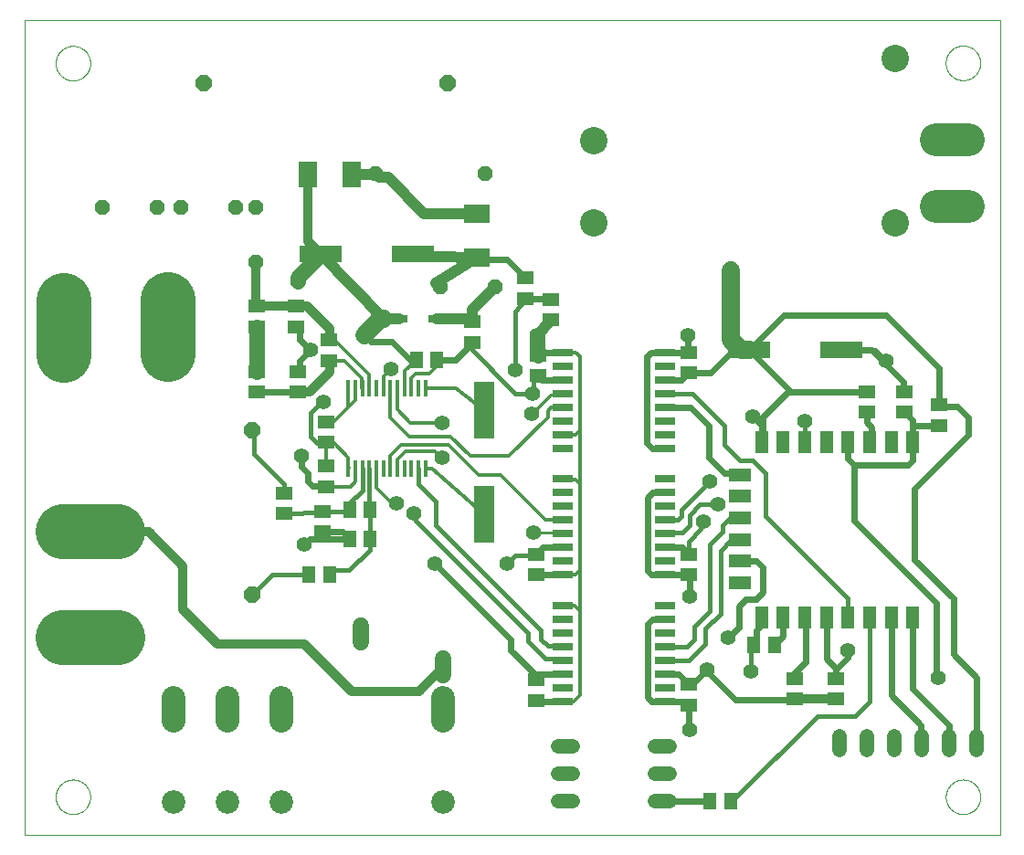
<source format=gtl>
G75*
%MOIN*%
%OFA0B0*%
%FSLAX25Y25*%
%IPPOS*%
%LPD*%
%AMOC8*
5,1,8,0,0,1.08239X$1,22.5*
%
%ADD10C,0.00000*%
%ADD11R,0.05906X0.05118*%
%ADD12R,0.05118X0.05906*%
%ADD13OC8,0.06000*%
%ADD14R,0.15354X0.06299*%
%ADD15R,0.09449X0.07087*%
%ADD16R,0.07087X0.09449*%
%ADD17R,0.06299X0.03150*%
%ADD18C,0.20000*%
%ADD19R,0.04724X0.07874*%
%ADD20R,0.07874X0.04724*%
%ADD21C,0.05200*%
%ADD22R,0.07600X0.21000*%
%ADD23OC8,0.05200*%
%ADD24C,0.06000*%
%ADD25R,0.01378X0.05906*%
%ADD26R,0.07480X0.02500*%
%ADD27C,0.10000*%
%ADD28C,0.08600*%
%ADD29C,0.08600*%
%ADD30C,0.11850*%
%ADD31C,0.04000*%
%ADD32C,0.01200*%
%ADD33C,0.05600*%
%ADD34C,0.02400*%
%ADD35C,0.01600*%
%ADD36C,0.03200*%
%ADD37C,0.06600*%
%ADD38C,0.05600*%
%ADD39C,0.01000*%
%ADD40C,0.05512*%
D10*
X0053934Y0054209D02*
X0053934Y0351453D01*
X0409977Y0351453D01*
X0409977Y0054209D01*
X0053934Y0054209D01*
X0065351Y0067988D02*
X0065353Y0068146D01*
X0065359Y0068304D01*
X0065369Y0068462D01*
X0065383Y0068620D01*
X0065401Y0068777D01*
X0065422Y0068934D01*
X0065448Y0069090D01*
X0065478Y0069246D01*
X0065511Y0069401D01*
X0065549Y0069554D01*
X0065590Y0069707D01*
X0065635Y0069859D01*
X0065684Y0070010D01*
X0065737Y0070159D01*
X0065793Y0070307D01*
X0065853Y0070453D01*
X0065917Y0070598D01*
X0065985Y0070741D01*
X0066056Y0070883D01*
X0066130Y0071023D01*
X0066208Y0071160D01*
X0066290Y0071296D01*
X0066374Y0071430D01*
X0066463Y0071561D01*
X0066554Y0071690D01*
X0066649Y0071817D01*
X0066746Y0071942D01*
X0066847Y0072064D01*
X0066951Y0072183D01*
X0067058Y0072300D01*
X0067168Y0072414D01*
X0067281Y0072525D01*
X0067396Y0072634D01*
X0067514Y0072739D01*
X0067635Y0072841D01*
X0067758Y0072941D01*
X0067884Y0073037D01*
X0068012Y0073130D01*
X0068142Y0073220D01*
X0068275Y0073306D01*
X0068410Y0073390D01*
X0068546Y0073469D01*
X0068685Y0073546D01*
X0068826Y0073618D01*
X0068968Y0073688D01*
X0069112Y0073753D01*
X0069258Y0073815D01*
X0069405Y0073873D01*
X0069554Y0073928D01*
X0069704Y0073979D01*
X0069855Y0074026D01*
X0070007Y0074069D01*
X0070160Y0074108D01*
X0070315Y0074144D01*
X0070470Y0074175D01*
X0070626Y0074203D01*
X0070782Y0074227D01*
X0070939Y0074247D01*
X0071097Y0074263D01*
X0071254Y0074275D01*
X0071413Y0074283D01*
X0071571Y0074287D01*
X0071729Y0074287D01*
X0071887Y0074283D01*
X0072046Y0074275D01*
X0072203Y0074263D01*
X0072361Y0074247D01*
X0072518Y0074227D01*
X0072674Y0074203D01*
X0072830Y0074175D01*
X0072985Y0074144D01*
X0073140Y0074108D01*
X0073293Y0074069D01*
X0073445Y0074026D01*
X0073596Y0073979D01*
X0073746Y0073928D01*
X0073895Y0073873D01*
X0074042Y0073815D01*
X0074188Y0073753D01*
X0074332Y0073688D01*
X0074474Y0073618D01*
X0074615Y0073546D01*
X0074754Y0073469D01*
X0074890Y0073390D01*
X0075025Y0073306D01*
X0075158Y0073220D01*
X0075288Y0073130D01*
X0075416Y0073037D01*
X0075542Y0072941D01*
X0075665Y0072841D01*
X0075786Y0072739D01*
X0075904Y0072634D01*
X0076019Y0072525D01*
X0076132Y0072414D01*
X0076242Y0072300D01*
X0076349Y0072183D01*
X0076453Y0072064D01*
X0076554Y0071942D01*
X0076651Y0071817D01*
X0076746Y0071690D01*
X0076837Y0071561D01*
X0076926Y0071430D01*
X0077010Y0071296D01*
X0077092Y0071160D01*
X0077170Y0071023D01*
X0077244Y0070883D01*
X0077315Y0070741D01*
X0077383Y0070598D01*
X0077447Y0070453D01*
X0077507Y0070307D01*
X0077563Y0070159D01*
X0077616Y0070010D01*
X0077665Y0069859D01*
X0077710Y0069707D01*
X0077751Y0069554D01*
X0077789Y0069401D01*
X0077822Y0069246D01*
X0077852Y0069090D01*
X0077878Y0068934D01*
X0077899Y0068777D01*
X0077917Y0068620D01*
X0077931Y0068462D01*
X0077941Y0068304D01*
X0077947Y0068146D01*
X0077949Y0067988D01*
X0077947Y0067830D01*
X0077941Y0067672D01*
X0077931Y0067514D01*
X0077917Y0067356D01*
X0077899Y0067199D01*
X0077878Y0067042D01*
X0077852Y0066886D01*
X0077822Y0066730D01*
X0077789Y0066575D01*
X0077751Y0066422D01*
X0077710Y0066269D01*
X0077665Y0066117D01*
X0077616Y0065966D01*
X0077563Y0065817D01*
X0077507Y0065669D01*
X0077447Y0065523D01*
X0077383Y0065378D01*
X0077315Y0065235D01*
X0077244Y0065093D01*
X0077170Y0064953D01*
X0077092Y0064816D01*
X0077010Y0064680D01*
X0076926Y0064546D01*
X0076837Y0064415D01*
X0076746Y0064286D01*
X0076651Y0064159D01*
X0076554Y0064034D01*
X0076453Y0063912D01*
X0076349Y0063793D01*
X0076242Y0063676D01*
X0076132Y0063562D01*
X0076019Y0063451D01*
X0075904Y0063342D01*
X0075786Y0063237D01*
X0075665Y0063135D01*
X0075542Y0063035D01*
X0075416Y0062939D01*
X0075288Y0062846D01*
X0075158Y0062756D01*
X0075025Y0062670D01*
X0074890Y0062586D01*
X0074754Y0062507D01*
X0074615Y0062430D01*
X0074474Y0062358D01*
X0074332Y0062288D01*
X0074188Y0062223D01*
X0074042Y0062161D01*
X0073895Y0062103D01*
X0073746Y0062048D01*
X0073596Y0061997D01*
X0073445Y0061950D01*
X0073293Y0061907D01*
X0073140Y0061868D01*
X0072985Y0061832D01*
X0072830Y0061801D01*
X0072674Y0061773D01*
X0072518Y0061749D01*
X0072361Y0061729D01*
X0072203Y0061713D01*
X0072046Y0061701D01*
X0071887Y0061693D01*
X0071729Y0061689D01*
X0071571Y0061689D01*
X0071413Y0061693D01*
X0071254Y0061701D01*
X0071097Y0061713D01*
X0070939Y0061729D01*
X0070782Y0061749D01*
X0070626Y0061773D01*
X0070470Y0061801D01*
X0070315Y0061832D01*
X0070160Y0061868D01*
X0070007Y0061907D01*
X0069855Y0061950D01*
X0069704Y0061997D01*
X0069554Y0062048D01*
X0069405Y0062103D01*
X0069258Y0062161D01*
X0069112Y0062223D01*
X0068968Y0062288D01*
X0068826Y0062358D01*
X0068685Y0062430D01*
X0068546Y0062507D01*
X0068410Y0062586D01*
X0068275Y0062670D01*
X0068142Y0062756D01*
X0068012Y0062846D01*
X0067884Y0062939D01*
X0067758Y0063035D01*
X0067635Y0063135D01*
X0067514Y0063237D01*
X0067396Y0063342D01*
X0067281Y0063451D01*
X0067168Y0063562D01*
X0067058Y0063676D01*
X0066951Y0063793D01*
X0066847Y0063912D01*
X0066746Y0064034D01*
X0066649Y0064159D01*
X0066554Y0064286D01*
X0066463Y0064415D01*
X0066374Y0064546D01*
X0066290Y0064680D01*
X0066208Y0064816D01*
X0066130Y0064953D01*
X0066056Y0065093D01*
X0065985Y0065235D01*
X0065917Y0065378D01*
X0065853Y0065523D01*
X0065793Y0065669D01*
X0065737Y0065817D01*
X0065684Y0065966D01*
X0065635Y0066117D01*
X0065590Y0066269D01*
X0065549Y0066422D01*
X0065511Y0066575D01*
X0065478Y0066730D01*
X0065448Y0066886D01*
X0065422Y0067042D01*
X0065401Y0067199D01*
X0065383Y0067356D01*
X0065369Y0067514D01*
X0065359Y0067672D01*
X0065353Y0067830D01*
X0065351Y0067988D01*
X0065351Y0335705D02*
X0065353Y0335863D01*
X0065359Y0336021D01*
X0065369Y0336179D01*
X0065383Y0336337D01*
X0065401Y0336494D01*
X0065422Y0336651D01*
X0065448Y0336807D01*
X0065478Y0336963D01*
X0065511Y0337118D01*
X0065549Y0337271D01*
X0065590Y0337424D01*
X0065635Y0337576D01*
X0065684Y0337727D01*
X0065737Y0337876D01*
X0065793Y0338024D01*
X0065853Y0338170D01*
X0065917Y0338315D01*
X0065985Y0338458D01*
X0066056Y0338600D01*
X0066130Y0338740D01*
X0066208Y0338877D01*
X0066290Y0339013D01*
X0066374Y0339147D01*
X0066463Y0339278D01*
X0066554Y0339407D01*
X0066649Y0339534D01*
X0066746Y0339659D01*
X0066847Y0339781D01*
X0066951Y0339900D01*
X0067058Y0340017D01*
X0067168Y0340131D01*
X0067281Y0340242D01*
X0067396Y0340351D01*
X0067514Y0340456D01*
X0067635Y0340558D01*
X0067758Y0340658D01*
X0067884Y0340754D01*
X0068012Y0340847D01*
X0068142Y0340937D01*
X0068275Y0341023D01*
X0068410Y0341107D01*
X0068546Y0341186D01*
X0068685Y0341263D01*
X0068826Y0341335D01*
X0068968Y0341405D01*
X0069112Y0341470D01*
X0069258Y0341532D01*
X0069405Y0341590D01*
X0069554Y0341645D01*
X0069704Y0341696D01*
X0069855Y0341743D01*
X0070007Y0341786D01*
X0070160Y0341825D01*
X0070315Y0341861D01*
X0070470Y0341892D01*
X0070626Y0341920D01*
X0070782Y0341944D01*
X0070939Y0341964D01*
X0071097Y0341980D01*
X0071254Y0341992D01*
X0071413Y0342000D01*
X0071571Y0342004D01*
X0071729Y0342004D01*
X0071887Y0342000D01*
X0072046Y0341992D01*
X0072203Y0341980D01*
X0072361Y0341964D01*
X0072518Y0341944D01*
X0072674Y0341920D01*
X0072830Y0341892D01*
X0072985Y0341861D01*
X0073140Y0341825D01*
X0073293Y0341786D01*
X0073445Y0341743D01*
X0073596Y0341696D01*
X0073746Y0341645D01*
X0073895Y0341590D01*
X0074042Y0341532D01*
X0074188Y0341470D01*
X0074332Y0341405D01*
X0074474Y0341335D01*
X0074615Y0341263D01*
X0074754Y0341186D01*
X0074890Y0341107D01*
X0075025Y0341023D01*
X0075158Y0340937D01*
X0075288Y0340847D01*
X0075416Y0340754D01*
X0075542Y0340658D01*
X0075665Y0340558D01*
X0075786Y0340456D01*
X0075904Y0340351D01*
X0076019Y0340242D01*
X0076132Y0340131D01*
X0076242Y0340017D01*
X0076349Y0339900D01*
X0076453Y0339781D01*
X0076554Y0339659D01*
X0076651Y0339534D01*
X0076746Y0339407D01*
X0076837Y0339278D01*
X0076926Y0339147D01*
X0077010Y0339013D01*
X0077092Y0338877D01*
X0077170Y0338740D01*
X0077244Y0338600D01*
X0077315Y0338458D01*
X0077383Y0338315D01*
X0077447Y0338170D01*
X0077507Y0338024D01*
X0077563Y0337876D01*
X0077616Y0337727D01*
X0077665Y0337576D01*
X0077710Y0337424D01*
X0077751Y0337271D01*
X0077789Y0337118D01*
X0077822Y0336963D01*
X0077852Y0336807D01*
X0077878Y0336651D01*
X0077899Y0336494D01*
X0077917Y0336337D01*
X0077931Y0336179D01*
X0077941Y0336021D01*
X0077947Y0335863D01*
X0077949Y0335705D01*
X0077947Y0335547D01*
X0077941Y0335389D01*
X0077931Y0335231D01*
X0077917Y0335073D01*
X0077899Y0334916D01*
X0077878Y0334759D01*
X0077852Y0334603D01*
X0077822Y0334447D01*
X0077789Y0334292D01*
X0077751Y0334139D01*
X0077710Y0333986D01*
X0077665Y0333834D01*
X0077616Y0333683D01*
X0077563Y0333534D01*
X0077507Y0333386D01*
X0077447Y0333240D01*
X0077383Y0333095D01*
X0077315Y0332952D01*
X0077244Y0332810D01*
X0077170Y0332670D01*
X0077092Y0332533D01*
X0077010Y0332397D01*
X0076926Y0332263D01*
X0076837Y0332132D01*
X0076746Y0332003D01*
X0076651Y0331876D01*
X0076554Y0331751D01*
X0076453Y0331629D01*
X0076349Y0331510D01*
X0076242Y0331393D01*
X0076132Y0331279D01*
X0076019Y0331168D01*
X0075904Y0331059D01*
X0075786Y0330954D01*
X0075665Y0330852D01*
X0075542Y0330752D01*
X0075416Y0330656D01*
X0075288Y0330563D01*
X0075158Y0330473D01*
X0075025Y0330387D01*
X0074890Y0330303D01*
X0074754Y0330224D01*
X0074615Y0330147D01*
X0074474Y0330075D01*
X0074332Y0330005D01*
X0074188Y0329940D01*
X0074042Y0329878D01*
X0073895Y0329820D01*
X0073746Y0329765D01*
X0073596Y0329714D01*
X0073445Y0329667D01*
X0073293Y0329624D01*
X0073140Y0329585D01*
X0072985Y0329549D01*
X0072830Y0329518D01*
X0072674Y0329490D01*
X0072518Y0329466D01*
X0072361Y0329446D01*
X0072203Y0329430D01*
X0072046Y0329418D01*
X0071887Y0329410D01*
X0071729Y0329406D01*
X0071571Y0329406D01*
X0071413Y0329410D01*
X0071254Y0329418D01*
X0071097Y0329430D01*
X0070939Y0329446D01*
X0070782Y0329466D01*
X0070626Y0329490D01*
X0070470Y0329518D01*
X0070315Y0329549D01*
X0070160Y0329585D01*
X0070007Y0329624D01*
X0069855Y0329667D01*
X0069704Y0329714D01*
X0069554Y0329765D01*
X0069405Y0329820D01*
X0069258Y0329878D01*
X0069112Y0329940D01*
X0068968Y0330005D01*
X0068826Y0330075D01*
X0068685Y0330147D01*
X0068546Y0330224D01*
X0068410Y0330303D01*
X0068275Y0330387D01*
X0068142Y0330473D01*
X0068012Y0330563D01*
X0067884Y0330656D01*
X0067758Y0330752D01*
X0067635Y0330852D01*
X0067514Y0330954D01*
X0067396Y0331059D01*
X0067281Y0331168D01*
X0067168Y0331279D01*
X0067058Y0331393D01*
X0066951Y0331510D01*
X0066847Y0331629D01*
X0066746Y0331751D01*
X0066649Y0331876D01*
X0066554Y0332003D01*
X0066463Y0332132D01*
X0066374Y0332263D01*
X0066290Y0332397D01*
X0066208Y0332533D01*
X0066130Y0332670D01*
X0066056Y0332810D01*
X0065985Y0332952D01*
X0065917Y0333095D01*
X0065853Y0333240D01*
X0065793Y0333386D01*
X0065737Y0333534D01*
X0065684Y0333683D01*
X0065635Y0333834D01*
X0065590Y0333986D01*
X0065549Y0334139D01*
X0065511Y0334292D01*
X0065478Y0334447D01*
X0065448Y0334603D01*
X0065422Y0334759D01*
X0065401Y0334916D01*
X0065383Y0335073D01*
X0065369Y0335231D01*
X0065359Y0335389D01*
X0065353Y0335547D01*
X0065351Y0335705D01*
X0390135Y0335803D02*
X0390137Y0335961D01*
X0390143Y0336119D01*
X0390153Y0336277D01*
X0390167Y0336435D01*
X0390185Y0336592D01*
X0390206Y0336749D01*
X0390232Y0336905D01*
X0390262Y0337061D01*
X0390295Y0337216D01*
X0390333Y0337369D01*
X0390374Y0337522D01*
X0390419Y0337674D01*
X0390468Y0337825D01*
X0390521Y0337974D01*
X0390577Y0338122D01*
X0390637Y0338268D01*
X0390701Y0338413D01*
X0390769Y0338556D01*
X0390840Y0338698D01*
X0390914Y0338838D01*
X0390992Y0338975D01*
X0391074Y0339111D01*
X0391158Y0339245D01*
X0391247Y0339376D01*
X0391338Y0339505D01*
X0391433Y0339632D01*
X0391530Y0339757D01*
X0391631Y0339879D01*
X0391735Y0339998D01*
X0391842Y0340115D01*
X0391952Y0340229D01*
X0392065Y0340340D01*
X0392180Y0340449D01*
X0392298Y0340554D01*
X0392419Y0340656D01*
X0392542Y0340756D01*
X0392668Y0340852D01*
X0392796Y0340945D01*
X0392926Y0341035D01*
X0393059Y0341121D01*
X0393194Y0341205D01*
X0393330Y0341284D01*
X0393469Y0341361D01*
X0393610Y0341433D01*
X0393752Y0341503D01*
X0393896Y0341568D01*
X0394042Y0341630D01*
X0394189Y0341688D01*
X0394338Y0341743D01*
X0394488Y0341794D01*
X0394639Y0341841D01*
X0394791Y0341884D01*
X0394944Y0341923D01*
X0395099Y0341959D01*
X0395254Y0341990D01*
X0395410Y0342018D01*
X0395566Y0342042D01*
X0395723Y0342062D01*
X0395881Y0342078D01*
X0396038Y0342090D01*
X0396197Y0342098D01*
X0396355Y0342102D01*
X0396513Y0342102D01*
X0396671Y0342098D01*
X0396830Y0342090D01*
X0396987Y0342078D01*
X0397145Y0342062D01*
X0397302Y0342042D01*
X0397458Y0342018D01*
X0397614Y0341990D01*
X0397769Y0341959D01*
X0397924Y0341923D01*
X0398077Y0341884D01*
X0398229Y0341841D01*
X0398380Y0341794D01*
X0398530Y0341743D01*
X0398679Y0341688D01*
X0398826Y0341630D01*
X0398972Y0341568D01*
X0399116Y0341503D01*
X0399258Y0341433D01*
X0399399Y0341361D01*
X0399538Y0341284D01*
X0399674Y0341205D01*
X0399809Y0341121D01*
X0399942Y0341035D01*
X0400072Y0340945D01*
X0400200Y0340852D01*
X0400326Y0340756D01*
X0400449Y0340656D01*
X0400570Y0340554D01*
X0400688Y0340449D01*
X0400803Y0340340D01*
X0400916Y0340229D01*
X0401026Y0340115D01*
X0401133Y0339998D01*
X0401237Y0339879D01*
X0401338Y0339757D01*
X0401435Y0339632D01*
X0401530Y0339505D01*
X0401621Y0339376D01*
X0401710Y0339245D01*
X0401794Y0339111D01*
X0401876Y0338975D01*
X0401954Y0338838D01*
X0402028Y0338698D01*
X0402099Y0338556D01*
X0402167Y0338413D01*
X0402231Y0338268D01*
X0402291Y0338122D01*
X0402347Y0337974D01*
X0402400Y0337825D01*
X0402449Y0337674D01*
X0402494Y0337522D01*
X0402535Y0337369D01*
X0402573Y0337216D01*
X0402606Y0337061D01*
X0402636Y0336905D01*
X0402662Y0336749D01*
X0402683Y0336592D01*
X0402701Y0336435D01*
X0402715Y0336277D01*
X0402725Y0336119D01*
X0402731Y0335961D01*
X0402733Y0335803D01*
X0402731Y0335645D01*
X0402725Y0335487D01*
X0402715Y0335329D01*
X0402701Y0335171D01*
X0402683Y0335014D01*
X0402662Y0334857D01*
X0402636Y0334701D01*
X0402606Y0334545D01*
X0402573Y0334390D01*
X0402535Y0334237D01*
X0402494Y0334084D01*
X0402449Y0333932D01*
X0402400Y0333781D01*
X0402347Y0333632D01*
X0402291Y0333484D01*
X0402231Y0333338D01*
X0402167Y0333193D01*
X0402099Y0333050D01*
X0402028Y0332908D01*
X0401954Y0332768D01*
X0401876Y0332631D01*
X0401794Y0332495D01*
X0401710Y0332361D01*
X0401621Y0332230D01*
X0401530Y0332101D01*
X0401435Y0331974D01*
X0401338Y0331849D01*
X0401237Y0331727D01*
X0401133Y0331608D01*
X0401026Y0331491D01*
X0400916Y0331377D01*
X0400803Y0331266D01*
X0400688Y0331157D01*
X0400570Y0331052D01*
X0400449Y0330950D01*
X0400326Y0330850D01*
X0400200Y0330754D01*
X0400072Y0330661D01*
X0399942Y0330571D01*
X0399809Y0330485D01*
X0399674Y0330401D01*
X0399538Y0330322D01*
X0399399Y0330245D01*
X0399258Y0330173D01*
X0399116Y0330103D01*
X0398972Y0330038D01*
X0398826Y0329976D01*
X0398679Y0329918D01*
X0398530Y0329863D01*
X0398380Y0329812D01*
X0398229Y0329765D01*
X0398077Y0329722D01*
X0397924Y0329683D01*
X0397769Y0329647D01*
X0397614Y0329616D01*
X0397458Y0329588D01*
X0397302Y0329564D01*
X0397145Y0329544D01*
X0396987Y0329528D01*
X0396830Y0329516D01*
X0396671Y0329508D01*
X0396513Y0329504D01*
X0396355Y0329504D01*
X0396197Y0329508D01*
X0396038Y0329516D01*
X0395881Y0329528D01*
X0395723Y0329544D01*
X0395566Y0329564D01*
X0395410Y0329588D01*
X0395254Y0329616D01*
X0395099Y0329647D01*
X0394944Y0329683D01*
X0394791Y0329722D01*
X0394639Y0329765D01*
X0394488Y0329812D01*
X0394338Y0329863D01*
X0394189Y0329918D01*
X0394042Y0329976D01*
X0393896Y0330038D01*
X0393752Y0330103D01*
X0393610Y0330173D01*
X0393469Y0330245D01*
X0393330Y0330322D01*
X0393194Y0330401D01*
X0393059Y0330485D01*
X0392926Y0330571D01*
X0392796Y0330661D01*
X0392668Y0330754D01*
X0392542Y0330850D01*
X0392419Y0330950D01*
X0392298Y0331052D01*
X0392180Y0331157D01*
X0392065Y0331266D01*
X0391952Y0331377D01*
X0391842Y0331491D01*
X0391735Y0331608D01*
X0391631Y0331727D01*
X0391530Y0331849D01*
X0391433Y0331974D01*
X0391338Y0332101D01*
X0391247Y0332230D01*
X0391158Y0332361D01*
X0391074Y0332495D01*
X0390992Y0332631D01*
X0390914Y0332768D01*
X0390840Y0332908D01*
X0390769Y0333050D01*
X0390701Y0333193D01*
X0390637Y0333338D01*
X0390577Y0333484D01*
X0390521Y0333632D01*
X0390468Y0333781D01*
X0390419Y0333932D01*
X0390374Y0334084D01*
X0390333Y0334237D01*
X0390295Y0334390D01*
X0390262Y0334545D01*
X0390232Y0334701D01*
X0390206Y0334857D01*
X0390185Y0335014D01*
X0390167Y0335171D01*
X0390153Y0335329D01*
X0390143Y0335487D01*
X0390137Y0335645D01*
X0390135Y0335803D01*
X0390154Y0067988D02*
X0390156Y0068146D01*
X0390162Y0068304D01*
X0390172Y0068462D01*
X0390186Y0068620D01*
X0390204Y0068777D01*
X0390225Y0068934D01*
X0390251Y0069090D01*
X0390281Y0069246D01*
X0390314Y0069401D01*
X0390352Y0069554D01*
X0390393Y0069707D01*
X0390438Y0069859D01*
X0390487Y0070010D01*
X0390540Y0070159D01*
X0390596Y0070307D01*
X0390656Y0070453D01*
X0390720Y0070598D01*
X0390788Y0070741D01*
X0390859Y0070883D01*
X0390933Y0071023D01*
X0391011Y0071160D01*
X0391093Y0071296D01*
X0391177Y0071430D01*
X0391266Y0071561D01*
X0391357Y0071690D01*
X0391452Y0071817D01*
X0391549Y0071942D01*
X0391650Y0072064D01*
X0391754Y0072183D01*
X0391861Y0072300D01*
X0391971Y0072414D01*
X0392084Y0072525D01*
X0392199Y0072634D01*
X0392317Y0072739D01*
X0392438Y0072841D01*
X0392561Y0072941D01*
X0392687Y0073037D01*
X0392815Y0073130D01*
X0392945Y0073220D01*
X0393078Y0073306D01*
X0393213Y0073390D01*
X0393349Y0073469D01*
X0393488Y0073546D01*
X0393629Y0073618D01*
X0393771Y0073688D01*
X0393915Y0073753D01*
X0394061Y0073815D01*
X0394208Y0073873D01*
X0394357Y0073928D01*
X0394507Y0073979D01*
X0394658Y0074026D01*
X0394810Y0074069D01*
X0394963Y0074108D01*
X0395118Y0074144D01*
X0395273Y0074175D01*
X0395429Y0074203D01*
X0395585Y0074227D01*
X0395742Y0074247D01*
X0395900Y0074263D01*
X0396057Y0074275D01*
X0396216Y0074283D01*
X0396374Y0074287D01*
X0396532Y0074287D01*
X0396690Y0074283D01*
X0396849Y0074275D01*
X0397006Y0074263D01*
X0397164Y0074247D01*
X0397321Y0074227D01*
X0397477Y0074203D01*
X0397633Y0074175D01*
X0397788Y0074144D01*
X0397943Y0074108D01*
X0398096Y0074069D01*
X0398248Y0074026D01*
X0398399Y0073979D01*
X0398549Y0073928D01*
X0398698Y0073873D01*
X0398845Y0073815D01*
X0398991Y0073753D01*
X0399135Y0073688D01*
X0399277Y0073618D01*
X0399418Y0073546D01*
X0399557Y0073469D01*
X0399693Y0073390D01*
X0399828Y0073306D01*
X0399961Y0073220D01*
X0400091Y0073130D01*
X0400219Y0073037D01*
X0400345Y0072941D01*
X0400468Y0072841D01*
X0400589Y0072739D01*
X0400707Y0072634D01*
X0400822Y0072525D01*
X0400935Y0072414D01*
X0401045Y0072300D01*
X0401152Y0072183D01*
X0401256Y0072064D01*
X0401357Y0071942D01*
X0401454Y0071817D01*
X0401549Y0071690D01*
X0401640Y0071561D01*
X0401729Y0071430D01*
X0401813Y0071296D01*
X0401895Y0071160D01*
X0401973Y0071023D01*
X0402047Y0070883D01*
X0402118Y0070741D01*
X0402186Y0070598D01*
X0402250Y0070453D01*
X0402310Y0070307D01*
X0402366Y0070159D01*
X0402419Y0070010D01*
X0402468Y0069859D01*
X0402513Y0069707D01*
X0402554Y0069554D01*
X0402592Y0069401D01*
X0402625Y0069246D01*
X0402655Y0069090D01*
X0402681Y0068934D01*
X0402702Y0068777D01*
X0402720Y0068620D01*
X0402734Y0068462D01*
X0402744Y0068304D01*
X0402750Y0068146D01*
X0402752Y0067988D01*
X0402750Y0067830D01*
X0402744Y0067672D01*
X0402734Y0067514D01*
X0402720Y0067356D01*
X0402702Y0067199D01*
X0402681Y0067042D01*
X0402655Y0066886D01*
X0402625Y0066730D01*
X0402592Y0066575D01*
X0402554Y0066422D01*
X0402513Y0066269D01*
X0402468Y0066117D01*
X0402419Y0065966D01*
X0402366Y0065817D01*
X0402310Y0065669D01*
X0402250Y0065523D01*
X0402186Y0065378D01*
X0402118Y0065235D01*
X0402047Y0065093D01*
X0401973Y0064953D01*
X0401895Y0064816D01*
X0401813Y0064680D01*
X0401729Y0064546D01*
X0401640Y0064415D01*
X0401549Y0064286D01*
X0401454Y0064159D01*
X0401357Y0064034D01*
X0401256Y0063912D01*
X0401152Y0063793D01*
X0401045Y0063676D01*
X0400935Y0063562D01*
X0400822Y0063451D01*
X0400707Y0063342D01*
X0400589Y0063237D01*
X0400468Y0063135D01*
X0400345Y0063035D01*
X0400219Y0062939D01*
X0400091Y0062846D01*
X0399961Y0062756D01*
X0399828Y0062670D01*
X0399693Y0062586D01*
X0399557Y0062507D01*
X0399418Y0062430D01*
X0399277Y0062358D01*
X0399135Y0062288D01*
X0398991Y0062223D01*
X0398845Y0062161D01*
X0398698Y0062103D01*
X0398549Y0062048D01*
X0398399Y0061997D01*
X0398248Y0061950D01*
X0398096Y0061907D01*
X0397943Y0061868D01*
X0397788Y0061832D01*
X0397633Y0061801D01*
X0397477Y0061773D01*
X0397321Y0061749D01*
X0397164Y0061729D01*
X0397006Y0061713D01*
X0396849Y0061701D01*
X0396690Y0061693D01*
X0396532Y0061689D01*
X0396374Y0061689D01*
X0396216Y0061693D01*
X0396057Y0061701D01*
X0395900Y0061713D01*
X0395742Y0061729D01*
X0395585Y0061749D01*
X0395429Y0061773D01*
X0395273Y0061801D01*
X0395118Y0061832D01*
X0394963Y0061868D01*
X0394810Y0061907D01*
X0394658Y0061950D01*
X0394507Y0061997D01*
X0394357Y0062048D01*
X0394208Y0062103D01*
X0394061Y0062161D01*
X0393915Y0062223D01*
X0393771Y0062288D01*
X0393629Y0062358D01*
X0393488Y0062430D01*
X0393349Y0062507D01*
X0393213Y0062586D01*
X0393078Y0062670D01*
X0392945Y0062756D01*
X0392815Y0062846D01*
X0392687Y0062939D01*
X0392561Y0063035D01*
X0392438Y0063135D01*
X0392317Y0063237D01*
X0392199Y0063342D01*
X0392084Y0063451D01*
X0391971Y0063562D01*
X0391861Y0063676D01*
X0391754Y0063793D01*
X0391650Y0063912D01*
X0391549Y0064034D01*
X0391452Y0064159D01*
X0391357Y0064286D01*
X0391266Y0064415D01*
X0391177Y0064546D01*
X0391093Y0064680D01*
X0391011Y0064816D01*
X0390933Y0064953D01*
X0390859Y0065093D01*
X0390788Y0065235D01*
X0390720Y0065378D01*
X0390656Y0065523D01*
X0390596Y0065669D01*
X0390540Y0065817D01*
X0390487Y0065966D01*
X0390438Y0066117D01*
X0390393Y0066269D01*
X0390352Y0066422D01*
X0390314Y0066575D01*
X0390281Y0066730D01*
X0390251Y0066886D01*
X0390225Y0067042D01*
X0390204Y0067199D01*
X0390186Y0067356D01*
X0390172Y0067514D01*
X0390162Y0067672D01*
X0390156Y0067830D01*
X0390154Y0067988D01*
D11*
X0350095Y0103677D03*
X0350095Y0111157D03*
X0335095Y0111157D03*
X0335095Y0103677D03*
X0296375Y0101531D03*
X0296375Y0109012D03*
X0296375Y0149091D03*
X0296375Y0156571D03*
X0240666Y0156472D03*
X0240666Y0148992D03*
X0240568Y0110685D03*
X0240568Y0103205D03*
X0162772Y0164780D03*
X0162772Y0172260D03*
X0164072Y0181157D03*
X0164072Y0188638D03*
X0164052Y0197280D03*
X0164052Y0204760D03*
X0153855Y0215665D03*
X0153855Y0223146D03*
X0165115Y0227240D03*
X0165115Y0234720D03*
X0153068Y0239602D03*
X0153068Y0247083D03*
X0138796Y0247083D03*
X0138796Y0239602D03*
X0138619Y0223264D03*
X0138619Y0215783D03*
X0148737Y0178795D03*
X0148737Y0171315D03*
X0217516Y0233815D03*
X0217516Y0241295D03*
X0236690Y0249878D03*
X0236690Y0257358D03*
X0246138Y0249445D03*
X0246138Y0241965D03*
X0241355Y0229110D03*
X0241355Y0221630D03*
X0296375Y0222752D03*
X0296375Y0230232D03*
X0361375Y0215921D03*
X0361375Y0208441D03*
X0375095Y0208441D03*
X0375095Y0215921D03*
X0387536Y0210980D03*
X0387536Y0203500D03*
D12*
X0327615Y0123579D03*
X0320135Y0123579D03*
X0311631Y0066551D03*
X0304150Y0066551D03*
X0180036Y0162260D03*
X0172556Y0162260D03*
X0172654Y0172673D03*
X0180135Y0172673D03*
X0165312Y0149130D03*
X0157831Y0149130D03*
X0196886Y0227594D03*
X0204367Y0227594D03*
D13*
X0137083Y0201768D03*
X0137083Y0141768D03*
X0119296Y0328382D03*
X0208296Y0328382D03*
D14*
X0195587Y0266020D03*
X0162123Y0266020D03*
X0318481Y0231197D03*
X0351946Y0231197D03*
D15*
X0219091Y0264898D03*
X0219091Y0280843D03*
D16*
X0173205Y0295232D03*
X0157260Y0295232D03*
D17*
X0190823Y0242319D03*
X0204209Y0242319D03*
D18*
X0106217Y0249524D02*
X0106217Y0229524D01*
X0068402Y0228972D02*
X0068402Y0248972D01*
X0067949Y0164661D02*
X0087949Y0164661D01*
X0088068Y0126079D02*
X0068068Y0126079D01*
D19*
X0322969Y0133520D03*
X0330843Y0133520D03*
X0338717Y0133520D03*
X0346591Y0133520D03*
X0354465Y0133520D03*
X0362339Y0133520D03*
X0370213Y0133520D03*
X0378087Y0133520D03*
X0378087Y0197299D03*
X0370213Y0197299D03*
X0362339Y0197299D03*
X0354465Y0197299D03*
X0346591Y0197299D03*
X0338717Y0197299D03*
X0330843Y0197299D03*
X0322969Y0197299D03*
D20*
X0315095Y0185488D03*
X0315095Y0177614D03*
X0315095Y0169740D03*
X0315095Y0161866D03*
X0315095Y0153992D03*
X0315095Y0146118D03*
D21*
X0351375Y0090254D02*
X0351375Y0085054D01*
X0361375Y0085054D02*
X0361375Y0090254D01*
X0371375Y0090254D02*
X0371375Y0085054D01*
X0381375Y0085054D02*
X0381375Y0090254D01*
X0391375Y0090254D02*
X0391375Y0085054D01*
X0401375Y0085054D02*
X0401375Y0090254D01*
X0289252Y0086551D02*
X0284052Y0086551D01*
X0284052Y0076551D02*
X0289252Y0076551D01*
X0289252Y0066551D02*
X0284052Y0066551D01*
X0254052Y0066551D02*
X0248852Y0066551D01*
X0248852Y0076551D02*
X0254052Y0076551D01*
X0254052Y0086551D02*
X0248852Y0086551D01*
D22*
X0221690Y0171094D03*
X0221690Y0209094D03*
D23*
X0225666Y0254012D03*
X0205666Y0254012D03*
X0222083Y0295350D03*
X0182083Y0295350D03*
X0138304Y0283106D03*
X0131099Y0283224D03*
X0111099Y0283224D03*
X0102438Y0282988D03*
X0082438Y0282988D03*
X0138304Y0263106D03*
D24*
X0176808Y0130354D02*
X0176808Y0124354D01*
X0206808Y0118354D02*
X0206808Y0112354D01*
D25*
X0200272Y0187732D03*
X0197713Y0187732D03*
X0195154Y0187732D03*
X0192595Y0187732D03*
X0190036Y0187732D03*
X0187477Y0187732D03*
X0184918Y0187732D03*
X0182359Y0187732D03*
X0179800Y0187732D03*
X0177241Y0187732D03*
X0174682Y0187732D03*
X0172123Y0187732D03*
X0172123Y0217161D03*
X0174682Y0217161D03*
X0177241Y0217161D03*
X0179800Y0217161D03*
X0182359Y0217161D03*
X0184918Y0217161D03*
X0187477Y0217161D03*
X0190036Y0217161D03*
X0192595Y0217161D03*
X0195154Y0217161D03*
X0197713Y0217161D03*
X0200272Y0217161D03*
D26*
X0250272Y0215213D03*
X0250272Y0220213D03*
X0250272Y0225213D03*
X0250272Y0230213D03*
X0250272Y0210213D03*
X0250272Y0205213D03*
X0250272Y0200213D03*
X0250272Y0195213D03*
X0250272Y0183992D03*
X0250272Y0178992D03*
X0250272Y0173992D03*
X0250272Y0168992D03*
X0250272Y0163992D03*
X0250272Y0158992D03*
X0250272Y0153992D03*
X0250272Y0148992D03*
X0250272Y0137772D03*
X0250272Y0132772D03*
X0250272Y0127772D03*
X0250272Y0122772D03*
X0250272Y0117772D03*
X0250272Y0112772D03*
X0250272Y0107772D03*
X0250272Y0102772D03*
X0287772Y0102772D03*
X0287772Y0107772D03*
X0287772Y0112772D03*
X0287772Y0117772D03*
X0287772Y0122772D03*
X0287772Y0127772D03*
X0287772Y0132772D03*
X0287772Y0137772D03*
X0287772Y0148992D03*
X0287772Y0153992D03*
X0287772Y0158992D03*
X0287772Y0163992D03*
X0287772Y0168992D03*
X0287772Y0173992D03*
X0287772Y0178992D03*
X0287772Y0183992D03*
X0287772Y0195213D03*
X0287772Y0200213D03*
X0287772Y0205213D03*
X0287772Y0210213D03*
X0287772Y0215213D03*
X0287772Y0220213D03*
X0287772Y0225213D03*
X0287772Y0230213D03*
D27*
X0261670Y0277555D03*
X0261670Y0307555D03*
X0371670Y0277555D03*
X0371670Y0337555D03*
D28*
X0206690Y0104226D02*
X0206690Y0095626D01*
X0147635Y0095626D02*
X0147635Y0104226D01*
X0127949Y0104226D02*
X0127949Y0095626D01*
X0108264Y0095626D02*
X0108264Y0104226D01*
D29*
X0108264Y0066098D03*
X0127949Y0066098D03*
X0147635Y0066098D03*
X0206690Y0066098D03*
D30*
X0386591Y0283441D02*
X0398441Y0283441D01*
X0398441Y0307752D02*
X0386591Y0307752D01*
D31*
X0246138Y0241965D02*
X0246138Y0241689D01*
X0240942Y0236492D01*
X0225666Y0254012D02*
X0217516Y0245862D01*
X0217516Y0241295D01*
X0216493Y0242319D01*
X0204209Y0242319D01*
X0205666Y0254012D02*
X0204131Y0255547D01*
X0219091Y0264898D01*
X0203678Y0265232D01*
X0195587Y0266020D01*
X0199741Y0280843D02*
X0186611Y0293972D01*
X0183461Y0293972D01*
X0182083Y0295350D01*
X0181965Y0295232D01*
X0173205Y0295232D01*
X0199741Y0280843D02*
X0219091Y0280843D01*
X0190823Y0242319D02*
X0185036Y0242319D01*
X0162123Y0266020D01*
X0153068Y0239602D02*
X0153540Y0239130D01*
X0153540Y0223461D02*
X0153855Y0223146D01*
D32*
X0165115Y0227240D02*
X0170666Y0227240D01*
X0177162Y0220744D01*
X0177162Y0217240D01*
X0177241Y0217161D01*
X0179800Y0217161D02*
X0179800Y0222043D01*
X0167713Y0234130D01*
X0165705Y0234130D01*
X0165115Y0234720D01*
X0172123Y0217161D02*
X0172123Y0210193D01*
X0166926Y0204996D01*
X0162713Y0204996D01*
X0164052Y0204760D01*
X0164052Y0197280D02*
X0162497Y0197260D01*
X0163894Y0197122D02*
X0166926Y0197122D01*
X0172123Y0191925D01*
X0172123Y0187732D01*
X0172438Y0188047D01*
X0174682Y0187732D02*
X0174800Y0187614D01*
X0174800Y0182949D01*
X0173009Y0181157D01*
X0164072Y0181157D01*
X0164072Y0188638D02*
X0164072Y0197260D01*
X0164052Y0197280D01*
X0172123Y0210193D02*
X0174682Y0212752D01*
X0174682Y0217161D01*
X0184918Y0217161D02*
X0184918Y0221526D01*
X0187532Y0224140D01*
X0192595Y0223303D02*
X0192595Y0217161D01*
X0195154Y0217161D02*
X0195154Y0220626D01*
X0196847Y0222319D01*
X0201572Y0222319D01*
X0203934Y0224681D01*
X0203934Y0227161D01*
X0204367Y0227594D01*
X0196886Y0227594D02*
X0192595Y0223303D01*
X0187477Y0217161D02*
X0187398Y0217083D01*
X0187398Y0206571D01*
X0194485Y0199484D01*
X0209446Y0199484D01*
X0216532Y0192398D01*
X0230705Y0192398D01*
X0244879Y0206571D01*
X0244879Y0208933D01*
X0246158Y0210213D01*
X0250272Y0210213D01*
X0256690Y0201846D02*
X0256690Y0182161D01*
X0255115Y0183736D01*
X0250528Y0183736D01*
X0250272Y0183992D01*
X0256690Y0182161D02*
X0256690Y0150665D01*
X0256690Y0135705D01*
X0256690Y0104996D01*
X0254327Y0102634D01*
X0250410Y0102634D01*
X0250272Y0102772D01*
X0256690Y0135705D02*
X0254623Y0137772D01*
X0250272Y0137772D01*
X0250272Y0148992D02*
X0255016Y0148992D01*
X0256690Y0150665D01*
X0250272Y0168992D02*
X0243875Y0168992D01*
X0227556Y0185311D01*
X0219682Y0185311D01*
X0208658Y0196335D01*
X0191335Y0196335D01*
X0187477Y0192476D01*
X0187477Y0187732D01*
X0190036Y0187732D02*
X0190036Y0191098D01*
X0192930Y0193992D01*
X0203845Y0193992D01*
X0206207Y0191630D01*
X0202690Y0187732D02*
X0221690Y0171094D01*
X0202690Y0187732D02*
X0200272Y0187732D01*
X0189760Y0175075D02*
X0188186Y0175075D01*
X0182359Y0180902D01*
X0182359Y0187732D01*
X0194620Y0204567D02*
X0189895Y0209292D01*
X0189895Y0216492D01*
X0200272Y0217161D02*
X0211260Y0217161D01*
X0221690Y0209094D01*
X0206431Y0204567D02*
X0194620Y0204567D01*
X0250272Y0200213D02*
X0255056Y0200213D01*
X0256690Y0201846D01*
X0256690Y0228618D01*
X0255115Y0230193D01*
X0250292Y0230193D01*
X0250272Y0230213D01*
D33*
X0240942Y0236492D03*
X0233068Y0223894D03*
X0239367Y0215232D03*
X0239058Y0207830D03*
X0206431Y0204567D03*
X0187532Y0224140D03*
X0177949Y0236492D03*
X0158264Y0230980D03*
X0138619Y0231639D03*
X0153540Y0256177D03*
X0162989Y0212083D03*
X0155115Y0192398D03*
X0189760Y0175075D03*
X0196195Y0171492D03*
X0203622Y0153154D03*
X0229918Y0153028D03*
X0239846Y0164292D03*
X0296847Y0141217D03*
X0310725Y0126059D03*
X0303146Y0114445D03*
X0318894Y0113657D03*
X0296847Y0092398D03*
X0354327Y0121531D03*
X0387398Y0111295D03*
X0306886Y0174681D03*
X0301768Y0168283D03*
X0303934Y0182949D03*
X0319682Y0206669D03*
X0338579Y0204996D03*
X0368501Y0227043D03*
X0311808Y0260114D03*
X0296060Y0236492D03*
X0155902Y0160114D03*
D34*
X0158048Y0162260D01*
X0172556Y0162260D01*
X0170036Y0164780D01*
X0162772Y0164780D01*
X0164072Y0181157D02*
X0163855Y0181374D01*
X0159052Y0181374D01*
X0157477Y0182949D01*
X0157477Y0186098D01*
X0155115Y0188461D01*
X0155115Y0192398D01*
X0153855Y0215665D02*
X0153737Y0215783D01*
X0138619Y0215783D01*
X0153855Y0223146D02*
X0154327Y0223618D01*
X0154327Y0227043D01*
X0158264Y0230980D01*
X0154327Y0234917D01*
X0154327Y0238343D01*
X0153068Y0239602D01*
X0177949Y0236492D02*
X0180312Y0234130D01*
X0188186Y0234130D01*
X0194721Y0227594D01*
X0196886Y0227594D01*
X0204367Y0227594D02*
X0211296Y0227594D01*
X0216001Y0232299D01*
X0217516Y0233815D01*
X0236690Y0249878D02*
X0245705Y0249878D01*
X0246138Y0249445D01*
X0236690Y0257358D02*
X0236611Y0257358D01*
X0229918Y0264051D01*
X0219938Y0264051D01*
X0219091Y0264898D01*
X0242457Y0230213D02*
X0241355Y0229110D01*
X0242457Y0230213D02*
X0250272Y0230213D01*
X0241355Y0221630D02*
X0242772Y0220213D01*
X0250272Y0220213D01*
X0281099Y0228618D02*
X0281099Y0197122D01*
X0283009Y0195213D01*
X0287772Y0195213D01*
X0287772Y0210213D02*
X0296946Y0210213D01*
X0303757Y0203402D01*
X0303757Y0191886D01*
X0309446Y0186197D01*
X0314386Y0186197D01*
X0315095Y0185488D01*
X0322969Y0197299D02*
X0322969Y0203382D01*
X0319682Y0206669D01*
X0323520Y0206669D02*
X0323520Y0197850D01*
X0322969Y0197299D01*
X0323520Y0206669D02*
X0332772Y0215921D01*
X0333757Y0215921D01*
X0318481Y0231197D01*
X0330961Y0243677D01*
X0368304Y0243677D01*
X0387536Y0224445D01*
X0387536Y0210980D01*
X0388009Y0210508D01*
X0394485Y0210508D01*
X0398422Y0206571D01*
X0398422Y0200272D01*
X0378737Y0180587D01*
X0378737Y0154602D01*
X0392910Y0140429D01*
X0392910Y0119957D01*
X0401375Y0111492D01*
X0401375Y0087654D01*
X0391375Y0087654D02*
X0391375Y0094031D01*
X0378087Y0107319D01*
X0378087Y0133520D01*
X0370213Y0133520D02*
X0370213Y0104957D01*
X0381099Y0094071D01*
X0381099Y0085961D01*
X0381375Y0087654D01*
X0387398Y0111295D02*
X0386611Y0112083D01*
X0386611Y0138854D01*
X0356690Y0168776D01*
X0356690Y0189248D01*
X0376375Y0189248D01*
X0377949Y0190823D01*
X0377949Y0197161D01*
X0378087Y0197299D01*
X0378087Y0202831D01*
X0378757Y0203500D01*
X0387536Y0203500D01*
X0378087Y0202831D02*
X0378087Y0205449D01*
X0375095Y0208441D01*
X0375095Y0215921D02*
X0374701Y0216315D01*
X0374701Y0219465D01*
X0362969Y0231197D01*
X0351946Y0231197D01*
X0361375Y0215921D02*
X0333757Y0215921D01*
X0314170Y0232555D02*
X0304367Y0222752D01*
X0296375Y0222752D01*
X0296099Y0222752D01*
X0293560Y0220213D01*
X0287772Y0220213D01*
X0281099Y0228618D02*
X0282674Y0230193D01*
X0287753Y0230193D01*
X0287772Y0230213D01*
X0296355Y0230213D01*
X0296375Y0230232D01*
X0296060Y0230547D01*
X0296060Y0236492D01*
X0354465Y0197299D02*
X0354465Y0191472D01*
X0356690Y0189248D01*
X0362339Y0197299D02*
X0363186Y0198146D01*
X0363186Y0202831D01*
X0361375Y0204642D01*
X0361375Y0208441D01*
X0321178Y0153992D02*
X0315095Y0153992D01*
X0321178Y0153992D02*
X0323520Y0151650D01*
X0323520Y0142693D01*
X0320961Y0140134D01*
X0317123Y0140134D01*
X0314564Y0137575D01*
X0314564Y0129898D01*
X0310725Y0126059D01*
X0320135Y0123579D02*
X0320961Y0124406D01*
X0320961Y0128618D01*
X0322969Y0130626D01*
X0322969Y0133520D01*
X0330843Y0133520D02*
X0330843Y0126807D01*
X0327615Y0123579D01*
X0335095Y0113323D02*
X0338875Y0117102D01*
X0338875Y0133362D01*
X0338717Y0133520D01*
X0346552Y0133480D02*
X0346591Y0133520D01*
X0346552Y0133480D02*
X0346552Y0118382D01*
X0350095Y0114839D01*
X0350095Y0114445D01*
X0354327Y0118677D01*
X0354327Y0121531D01*
X0350095Y0114445D02*
X0350095Y0111157D01*
X0335095Y0111157D02*
X0335095Y0113323D01*
X0335095Y0103677D02*
X0334839Y0103421D01*
X0313383Y0103421D01*
X0303146Y0113657D01*
X0303146Y0114445D01*
X0297713Y0109012D01*
X0296375Y0109012D01*
X0292615Y0112772D01*
X0287772Y0112772D01*
X0287772Y0102772D02*
X0282831Y0102772D01*
X0281296Y0104307D01*
X0281296Y0131177D01*
X0282890Y0132772D01*
X0287772Y0132772D01*
X0296847Y0141217D02*
X0296847Y0148618D01*
X0296375Y0149091D01*
X0296276Y0148992D01*
X0287772Y0148992D01*
X0282674Y0148992D01*
X0281296Y0150370D01*
X0281296Y0177240D01*
X0283048Y0178992D01*
X0287772Y0178992D01*
X0287772Y0158992D02*
X0293953Y0158992D01*
X0296375Y0156571D01*
X0250272Y0158992D02*
X0243186Y0158992D01*
X0240666Y0156472D01*
X0240666Y0148992D02*
X0250272Y0148992D01*
X0231493Y0125283D02*
X0203622Y0153154D01*
X0231493Y0125283D02*
X0231493Y0121531D01*
X0240253Y0112772D01*
X0242654Y0112772D01*
X0240568Y0110685D01*
X0242654Y0112772D02*
X0250272Y0112772D01*
X0250272Y0102772D02*
X0241001Y0102772D01*
X0240568Y0103205D01*
X0284052Y0066551D02*
X0304150Y0066551D01*
X0311631Y0066551D02*
X0312280Y0067201D01*
X0296847Y0092398D02*
X0296375Y0092870D01*
X0296375Y0101531D01*
X0295135Y0102772D01*
X0287772Y0102772D01*
D35*
X0287772Y0117772D02*
X0296237Y0117772D01*
X0302359Y0123894D01*
X0302359Y0129406D01*
X0307871Y0134917D01*
X0307871Y0157752D01*
X0311808Y0161689D01*
X0314918Y0161689D01*
X0315095Y0161866D01*
X0308658Y0164839D02*
X0308658Y0167201D01*
X0311020Y0169563D01*
X0314918Y0169563D01*
X0315095Y0169740D01*
X0308658Y0164839D02*
X0303934Y0160114D01*
X0303934Y0135705D01*
X0298422Y0130193D01*
X0298422Y0125469D01*
X0295725Y0122772D01*
X0287772Y0122772D01*
X0318894Y0122339D02*
X0318894Y0113657D01*
X0318894Y0122339D02*
X0320135Y0123579D01*
X0343304Y0097516D02*
X0313776Y0067988D01*
X0313068Y0067988D01*
X0311631Y0066551D01*
X0343304Y0097516D02*
X0357083Y0097516D01*
X0362339Y0102772D01*
X0362339Y0133520D01*
X0354465Y0133520D02*
X0354327Y0133657D01*
X0354327Y0140429D01*
X0324406Y0170350D01*
X0324406Y0186098D01*
X0319682Y0190823D01*
X0314957Y0190823D01*
X0309446Y0196335D01*
X0309446Y0203421D01*
X0297654Y0215213D01*
X0287772Y0215213D01*
X0303934Y0182949D02*
X0293698Y0172713D01*
X0293698Y0170350D01*
X0292339Y0168992D01*
X0287772Y0168992D01*
X0288225Y0164445D02*
X0287772Y0163992D01*
X0288225Y0164445D02*
X0294091Y0164445D01*
X0296650Y0167004D01*
X0296650Y0170843D01*
X0300489Y0174681D01*
X0306886Y0174681D01*
X0301768Y0168283D02*
X0300784Y0167299D01*
X0300784Y0165626D01*
X0296375Y0161217D01*
X0296375Y0156571D01*
X0250272Y0122772D02*
X0249938Y0123106D01*
X0244879Y0123106D01*
X0242516Y0125469D01*
X0242516Y0128618D01*
X0203934Y0167201D01*
X0203934Y0175862D01*
X0197635Y0182161D01*
X0197635Y0187654D01*
X0197713Y0187732D01*
X0196195Y0171492D02*
X0196847Y0170840D01*
X0196847Y0168776D01*
X0237792Y0127831D01*
X0237792Y0124681D01*
X0244081Y0118392D01*
X0246595Y0118392D01*
X0240371Y0156177D02*
X0233068Y0156177D01*
X0229918Y0153028D01*
X0240371Y0156177D02*
X0240666Y0156472D01*
X0180036Y0158264D02*
X0172438Y0150665D01*
X0166847Y0150665D01*
X0165312Y0149130D01*
X0157831Y0149130D02*
X0144446Y0149130D01*
X0137083Y0141768D01*
X0148737Y0171315D02*
X0155292Y0171315D01*
X0155902Y0171925D01*
X0162438Y0171925D01*
X0162772Y0172260D01*
X0172241Y0172260D01*
X0172654Y0172673D01*
X0172438Y0172890D01*
X0172438Y0175075D01*
X0177241Y0179878D01*
X0177241Y0187732D01*
X0179800Y0187732D02*
X0179800Y0173008D01*
X0180135Y0172673D01*
X0180036Y0172575D01*
X0180036Y0162260D01*
X0180036Y0158264D01*
X0162772Y0172260D02*
X0162142Y0172890D01*
X0148737Y0178795D02*
X0148737Y0182240D01*
X0137792Y0193185D01*
X0137792Y0201059D01*
X0137083Y0201768D01*
X0158264Y0199484D02*
X0160627Y0197122D01*
X0163894Y0197122D01*
X0164052Y0197280D01*
X0158264Y0199484D02*
X0158264Y0208146D01*
X0162201Y0212083D01*
X0162989Y0212083D01*
X0216001Y0232299D02*
X0233068Y0215232D01*
X0239367Y0215232D01*
X0239623Y0220213D01*
X0250272Y0220213D01*
X0233068Y0223894D02*
X0233068Y0245154D01*
X0236690Y0249563D01*
X0236690Y0249878D01*
X0338579Y0204996D02*
X0338579Y0197437D01*
X0338717Y0197299D01*
X0368501Y0227043D02*
X0364347Y0231197D01*
X0351946Y0231197D01*
D36*
X0350095Y0103677D02*
X0335095Y0103677D01*
X0206808Y0115354D02*
X0198024Y0106571D01*
X0173225Y0106571D01*
X0155902Y0123894D01*
X0124406Y0123894D01*
X0111808Y0136492D01*
X0111808Y0152240D01*
X0099209Y0164839D01*
X0075764Y0164839D01*
X0077949Y0164661D01*
X0153855Y0215665D02*
X0157910Y0215665D01*
X0165351Y0223106D01*
X0165351Y0227004D01*
X0165115Y0227240D01*
X0165115Y0234720D02*
X0165351Y0234957D01*
X0165351Y0238854D01*
X0157123Y0247083D01*
X0153068Y0247083D01*
X0138796Y0247083D01*
X0138304Y0247575D01*
X0138304Y0263106D01*
X0157260Y0270882D02*
X0162123Y0266020D01*
X0157260Y0270882D02*
X0157260Y0295232D01*
X0153737Y0223264D02*
X0153855Y0223146D01*
D37*
X0177949Y0236492D02*
X0183461Y0242004D01*
X0185036Y0242319D01*
X0311808Y0234917D02*
X0314170Y0232555D01*
X0315745Y0230980D01*
X0318264Y0230980D01*
X0318481Y0231197D01*
X0311808Y0234917D02*
X0311808Y0260114D01*
D38*
X0240942Y0236492D02*
X0240942Y0229524D01*
X0241355Y0229110D01*
X0162123Y0266020D02*
X0153540Y0257437D01*
X0153540Y0256177D01*
X0138796Y0239602D02*
X0138619Y0239425D01*
X0138619Y0231639D01*
X0138619Y0223264D01*
D39*
X0189895Y0216492D02*
X0190036Y0217161D01*
X0189895Y0188592D02*
X0190036Y0187732D01*
X0239058Y0207830D02*
X0245920Y0214692D01*
X0250195Y0214692D01*
X0250272Y0215213D01*
X0250195Y0164292D02*
X0239846Y0164292D01*
X0250195Y0164292D02*
X0250272Y0163992D01*
X0250195Y0118392D02*
X0246595Y0118392D01*
X0250195Y0118392D02*
X0250272Y0117772D01*
D40*
X0206207Y0191630D03*
M02*

</source>
